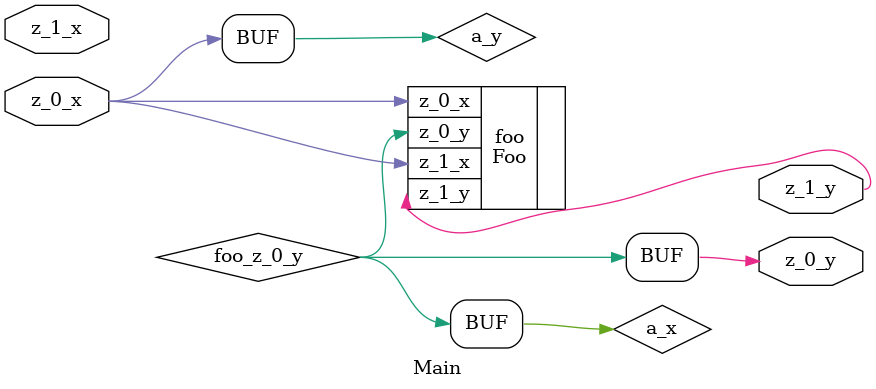
<source format=v>
module Main (
    input z_0_x,
    output z_0_y,
    input z_1_x,
    output z_1_y
);
wire a_x;
wire a_y;
wire foo_z_0_y;
assign a_x = foo_z_0_y;
assign a_y = z_0_x;
Foo foo (
    .z_0_x(a_y),
    .z_0_y(foo_z_0_y),
    .z_1_x(z_0_x),
    .z_1_y(z_1_y)
);
assign z_0_y = a_x;
endmodule


</source>
